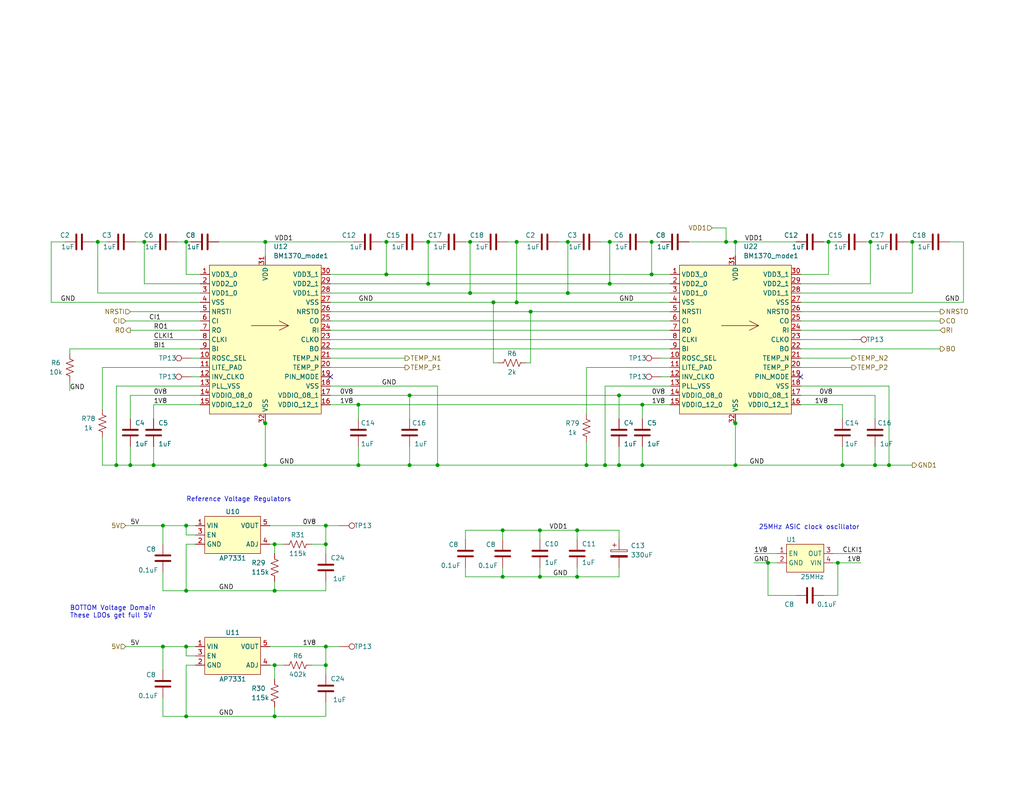
<source format=kicad_sch>
(kicad_sch (version 20231120) (generator "eeschema") (generator_version "8.0")
  (paper "A")
  (title_block (title "bitaxeHex") (date "2024-03-09") (rev "303"))
  (lib_symbols
    (symbol "Connector:TestPoint" (pin_numbers hide) (pin_names (offset 0.762) hide)
      (property "Reference" "TP" (at 0 6.858 0))
      (property "Value" "TestPoint" (at 0 5.08 0))
      (symbol "TestPoint_0_1"
        (circle (center 0 3.302) (radius 0.762))
      )
      (symbol "TestPoint_1_1"
        (pin passive line (at 0 0 90) (length 2.54) (name "1") (number "1"))
      )
    )
    (symbol "Device:C" (pin_numbers hide) (pin_names (offset 0.254))
      (property "Reference" "C" (at 0.635 2.54 0))
      (property "Value" "C" (at 0.635 -2.54 0))
      (symbol "C_0_1"
        (polyline (pts (xy -2.032 -0.762) (xy 2.032 -0.762)) (stroke (width 0.508)))
        (polyline (pts (xy -2.032 0.762) (xy 2.032 0.762)) (stroke (width 0.508)))
      )
      (symbol "C_1_1"
        (pin passive line (at 0 3.81 270) (length 2.794) (name "~") (number "1"))
        (pin passive line (at 0 -3.81 90) (length 2.794) (name "~") (number "2"))
      )
    )
    (symbol "Device:C_Polarized" (pin_numbers hide) (pin_names (offset 0.254))
      (property "Reference" "C" (at 0.635 2.54 0))
      (property "Value" "C_Polarized" (at 0.635 -2.54 0))
      (symbol "C_Polarized_0_1"
        (rectangle (start -2.286 0.508) (end 2.286 1.016))
        (polyline (pts (xy -1.778 2.286) (xy -0.762 2.286)))
        (polyline (pts (xy -1.27 2.794) (xy -1.27 1.778)))
        (rectangle (start 2.286 -0.508) (end -2.286 -1.016) (fill (type outline)))
      )
      (symbol "C_Polarized_1_1"
        (pin passive line (at 0 3.81 270) (length 2.794) (name "~") (number "1"))
        (pin passive line (at 0 -3.81 90) (length 2.794) (name "~") (number "2"))
      )
    )
    (symbol "Device:R_US" (pin_numbers hide) (pin_names (offset 0))
      (property "Reference" "R" (at 2.54 0 90))
      (property "Value" "R_US" (at -2.54 0 90))
      (symbol "R_US_0_1"
        (polyline (pts (xy 0 -2.286) (xy 0 -2.54)))
        (polyline (pts (xy 0 2.286) (xy 0 2.54)))
        (polyline (pts (xy 0 -0.762) (xy 1.016 -1.143) (xy 0 -1.524) (xy -1.016 -1.905) (xy 0 -2.286)))
        (polyline (pts (xy 0 0.762) (xy 1.016 0.381) (xy 0 0) (xy -1.016 -0.381) (xy 0 -0.762)))
        (polyline (pts (xy 0 2.286) (xy 1.016 1.905) (xy 0 1.524) (xy -1.016 1.143) (xy 0 0.762)))
      )
      (symbol "R_US_1_1"
        (pin passive line (at 0 3.81 270) (length 1.27) (name "~") (number "1"))
        (pin passive line (at 0 -3.81 90) (length 1.27) (name "~") (number "2"))
      )
    )
    (symbol "bitaxe:AP7331"
      (property "Reference" "U" (at -7.62 5.08 0))
      (property "Value" "AP7331" (at 5.08 5.08 0))
      (symbol "AP7331_0_1"
        (rectangle (start -7.62 3.81) (end 7.62 -6.35) (stroke (width 0.1524)) (fill (type background)))
      )
      (symbol "AP7331_1_0"
        (pin power_in line (at -10.16 1.27 0) (length 2.54) (name "VIN") (number "1"))
        (pin bidirectional line (at -10.16 -3.81 0) (length 2.54) (name "GND") (number "2"))
        (pin input line (at -10.16 -1.27 0) (length 2.54) (name "EN") (number "3"))
        (pin bidirectional line (at 10.16 -3.81 180) (length 2.54) (name "ADJ") (number "4"))
        (pin power_out line (at 10.16 1.27 180) (length 2.54) (name "VOUT") (number "5"))
      )
    )
    (symbol "bitaxe:BM1370_mode1"
      (property "Reference" "U4" (at -15.24 21.59 0))
      (property "Value" "BM1370_mode1" (at 1.905 21.59 0))
      (symbol "BM1370_mode1_0_1"
        (rectangle (start -15.24 20.32) (end 15.24 -20.32) (fill (type background)))
        (polyline (pts (xy -3.81 3.81) (xy 6.35 3.81)))
        (polyline (pts (xy 3.81 2.54) (xy 6.35 3.81)))
        (polyline (pts (xy 3.81 5.08) (xy 6.35 3.81)))
      )
      (symbol "BM1370_mode1_1_1"
        (pin power_in line (at -17.78 17.78 0) (length 2.54) (name "VDD3_0") (number "1"))
        (pin unspecified line (at -17.78 -5.08 0) (length 2.54) (name "ROSC_SEL") (number "10"))
        (pin unspecified line (at -17.78 -7.62 0) (length 2.54) (name "LITE_PAD") (number "11"))
        (pin unspecified line (at -17.78 -10.16 0) (length 2.54) (name "INV_CLKO") (number "12"))
        (pin power_in line (at -17.78 -12.7 0) (length 2.54) (name "PLL_VSS") (number "13"))
        (pin power_in line (at -17.78 -15.24 0) (length 2.54) (name "VDDIO_08_0") (number "14"))
        (pin power_in line (at -17.78 -17.78 0) (length 2.54) (name "VDDIO_12_0") (number "15"))
        (pin power_in line (at 17.78 -17.78 180) (length 2.54) (name "VDDIO_12_1") (number "16"))
        (pin power_in line (at 17.78 -15.24 180) (length 2.54) (name "VDDIO_08_1") (number "17"))
        (pin power_in line (at 17.78 -12.7 180) (length 2.54) (name "VSS") (number "18"))
        (pin input line (at 17.78 -10.16 180) (length 2.54) (name "PIN_MODE") (number "19"))
        (pin power_in line (at -17.78 15.24 0) (length 2.54) (name "VDD2_0") (number "2"))
        (pin unspecified line (at 17.78 -7.62 180) (length 2.54) (name "TEMP_P") (number "20"))
        (pin unspecified line (at 17.78 -5.08 180) (length 2.54) (name "TEMP_N") (number "21"))
        (pin output line (at 17.78 -2.54 180) (length 2.54) (name "BO") (number "22"))
        (pin output line (at 17.78 0 180) (length 2.54) (name "CLKO") (number "23"))
        (pin input line (at 17.78 2.54 180) (length 2.54) (name "RI") (number "24"))
        (pin output line (at 17.78 5.08 180) (length 2.54) (name "CO") (number "25"))
        (pin output line (at 17.78 7.62 180) (length 2.54) (name "NRSTO") (number "26"))
        (pin power_in line (at 17.78 10.16 180) (length 2.54) (name "VSS") (number "27"))
        (pin power_in line (at 17.78 12.7 180) (length 2.54) (name "VDD1_1") (number "28"))
        (pin power_in line (at 17.78 15.24 180) (length 2.54) (name "VDD2_1") (number "29"))
        (pin power_in line (at -17.78 12.7 0) (length 2.54) (name "VDD1_0") (number "3"))
        (pin power_in line (at 17.78 17.78 180) (length 2.54) (name "VDD3_1") (number "30"))
        (pin power_in line (at 0 22.86 270) (length 2.54) (name "VDD") (number "31"))
        (pin power_in line (at 0 -22.86 90) (length 2.54) (name "VSS") (number "32"))
        (pin power_in line (at -17.78 10.16 0) (length 2.54) (name "VSS") (number "4"))
        (pin input line (at -17.78 7.62 0) (length 2.54) (name "NRSTI") (number "5"))
        (pin input line (at -17.78 5.08 0) (length 2.54) (name "CI") (number "6"))
        (pin output line (at -17.78 2.54 0) (length 2.54) (name "RO") (number "7"))
        (pin input line (at -17.78 0 0) (length 2.54) (name "CLKI") (number "8"))
        (pin input line (at -17.78 -2.54 0) (length 2.54) (name "BI") (number "9"))
      )
    )
    (symbol "bitaxe:oscillator"
      (property "Reference" "U" (at -3.81 5.08 0))
      (property "Value" "oscillator" (at 0 -5.08 0))
      (symbol "oscillator_0_1"
        (rectangle (start -5.08 3.81) (end 5.08 -3.81) (stroke (width 0.1524)) (fill (type background)))
      )
      (symbol "oscillator_1_0"
        (pin bidirectional line (at -7.62 1.27 0) (length 2.54) (name "EN") (number "1"))
        (pin bidirectional line (at -7.62 -1.27 0) (length 2.54) (name "GND") (number "2"))
        (pin bidirectional line (at 7.62 1.27 180) (length 2.54) (name "OUT") (number "3"))
        (pin bidirectional line (at 7.62 -1.27 180) (length 2.54) (name "VIN") (number "4"))
      )
    )
  )
  (junction (at 50.8 195.58))
  (junction (at 88.9 148.59))
  (junction (at 116.84 66.04))
  (junction (at 200.66 115.57))
  (junction (at 157.48 144.78))
  (junction (at 237.49 66.04))
  (junction (at 248.92 66.04))
  (junction (at 165.1 127))
  (junction (at 166.37 66.04))
  (junction (at 140.97 82.55))
  (junction (at 97.79 110.49))
  (junction (at 44.45 176.53))
  (junction (at 157.48 157.48))
  (junction (at 31.75 127))
  (junction (at 144.78 85.09))
  (junction (at 228.6 153.67))
  (junction (at 128.27 66.04))
  (junction (at 168.91 127))
  (junction (at 209.55 153.67))
  (junction (at 147.32 144.78) (diameter 0.9144))
  (junction (at 111.76 127))
  (junction (at 154.94 80.01))
  (junction (at 39.37 66.04))
  (junction (at 119.38 127))
  (junction (at 105.41 74.93))
  (junction (at 168.91 107.95))
  (junction (at 147.32 157.48) (diameter 0.9144))
  (junction (at 72.39 127))
  (junction (at 134.62 82.55))
  (junction (at 137.16 144.78) (diameter 0.9144))
  (junction (at 229.87 127))
  (junction (at 50.8 161.29))
  (junction (at 177.8 74.93))
  (junction (at 74.93 148.59))
  (junction (at 35.56 127))
  (junction (at 74.93 181.61))
  (junction (at 116.84 77.47))
  (junction (at 175.26 127))
  (junction (at 137.16 157.48) (diameter 0.9144))
  (junction (at 128.27 80.01))
  (junction (at 242.57 127))
  (junction (at 160.02 127))
  (junction (at 88.9 143.51))
  (junction (at 97.79 127))
  (junction (at 74.93 161.29))
  (junction (at 198.12 66.04))
  (junction (at 88.9 176.53))
  (junction (at 72.39 115.57))
  (junction (at 177.8 66.04))
  (junction (at 238.76 127))
  (junction (at 74.93 195.58))
  (junction (at 175.26 110.49))
  (junction (at 105.41 66.04))
  (junction (at 44.45 143.51))
  (junction (at 200.66 127))
  (junction (at 111.76 107.95))
  (junction (at 154.94 66.04))
  (junction (at 50.8 143.51))
  (junction (at 50.8 176.53))
  (junction (at 140.97 66.04))
  (junction (at 41.91 127))
  (junction (at 226.06 66.04))
  (junction (at 88.9 181.61))
  (junction (at 166.37 77.47))
  (junction (at 50.8 66.04))
  (junction (at 26.67 66.04))
  (junction (at 200.66 66.04))
  (junction (at 72.39 66.04))
  (no_connect (at 218.44 102.87))
  (no_connect (at 90.17 102.87))
  (wire (pts (xy 35.56 107.95) (xy 54.61 107.95)))
  (wire (pts (xy 119.38 105.41) (xy 119.38 127)))
  (wire (pts (xy 180.34 102.87) (xy 182.88 102.87)))
  (wire (pts (xy 218.44 87.63) (xy 256.54 87.63)))
  (wire (pts (xy 127 66.04) (xy 128.27 66.04)))
  (wire (pts (xy 26.67 80.01) (xy 26.67 66.04)))
  (wire (pts (xy 31.75 105.41) (xy 31.75 127)))
  (wire (pts (xy 48.26 66.04) (xy 50.8 66.04)))
  (wire (pts (xy 119.38 127) (xy 160.02 127)))
  (wire (pts (xy 34.29 87.63) (xy 54.61 87.63)))
  (wire (pts (xy 262.89 66.04) (xy 259.08 66.04)))
  (wire (pts (xy 242.57 105.41) (xy 242.57 127)))
  (wire (pts (xy 218.44 110.49) (xy 229.87 110.49)))
  (wire (pts (xy 72.39 115.57) (xy 72.39 127)))
  (wire (pts (xy 35.56 107.95) (xy 35.56 114.3)))
  (wire (pts (xy 50.8 143.51) (xy 53.34 143.51)))
  (wire (pts (xy 160.02 100.33) (xy 160.02 113.03)))
  (wire (pts (xy 152.4 66.04) (xy 154.94 66.04)))
  (wire (pts (xy 41.91 127) (xy 72.39 127)))
  (wire (pts (xy 90.17 90.17) (xy 182.88 90.17)))
  (wire (pts (xy 238.76 107.95) (xy 238.76 114.3)))
  (wire (pts (xy 35.56 90.17) (xy 54.61 90.17)))
  (wire (pts (xy 168.91 107.95) (xy 182.88 107.95)))
  (wire (pts (xy 74.93 181.61) (xy 74.93 185.42)))
  (wire (pts (xy 111.76 107.95) (xy 168.91 107.95)))
  (wire (pts (xy 224.79 66.04) (xy 226.06 66.04)))
  (wire (pts (xy 97.79 110.49) (xy 97.79 114.3)))
  (wire (pts (xy 175.26 121.92) (xy 175.26 127)))
  (wire (pts (xy 53.34 148.59) (xy 50.8 148.59)))
  (wire (pts (xy 74.93 195.58) (xy 74.93 193.04)))
  (wire (pts (xy 27.94 119.38) (xy 27.94 127)))
  (wire (pts (xy 218.44 80.01) (xy 248.92 80.01)))
  (wire (pts (xy 90.17 77.47) (xy 116.84 77.47)))
  (wire (pts (xy 50.8 148.59) (xy 50.8 161.29)))
  (wire (pts (xy 13.97 82.55) (xy 13.97 66.04)))
  (wire (pts (xy 53.34 181.61) (xy 50.8 181.61)))
  (wire (pts (xy 137.16 157.48) (xy 147.32 157.48)))
  (wire (pts (xy 200.66 113.03) (xy 200.66 115.57)))
  (wire (pts (xy 140.97 66.04) (xy 144.78 66.04)))
  (wire (pts (xy 168.91 127) (xy 175.26 127)))
  (wire (pts (xy 182.88 100.33) (xy 160.02 100.33)))
  (wire (pts (xy 88.9 161.29) (xy 74.93 161.29)))
  (wire (pts (xy 177.8 66.04) (xy 180.34 66.04)))
  (wire (pts (xy 73.66 143.51) (xy 88.9 143.51)))
  (wire (pts (xy 128.27 66.04) (xy 130.81 66.04)))
  (wire (pts (xy 168.91 127) (xy 168.91 121.92)))
  (wire (pts (xy 111.76 127) (xy 119.38 127)))
  (wire (pts (xy 137.16 157.48) (xy 127 157.48)))
  (wire (pts (xy 218.44 77.47) (xy 237.49 77.47)))
  (wire (pts (xy 59.69 66.04) (xy 72.39 66.04)))
  (wire (pts (xy 19.05 95.25) (xy 19.05 96.52)))
  (wire (pts (xy 73.66 148.59) (xy 74.93 148.59)))
  (wire (pts (xy 27.94 127) (xy 31.75 127)))
  (wire (pts (xy 44.45 143.51) (xy 50.8 143.51)))
  (wire (pts (xy 44.45 143.51) (xy 44.45 148.59)))
  (wire (pts (xy 44.45 161.29) (xy 50.8 161.29)))
  (wire (pts (xy 134.62 82.55) (xy 140.97 82.55)))
  (wire (pts (xy 44.45 176.53) (xy 44.45 182.88)))
  (wire (pts (xy 73.66 176.53) (xy 88.9 176.53)))
  (wire (pts (xy 116.84 77.47) (xy 166.37 77.47)))
  (wire (pts (xy 205.74 151.13) (xy 212.09 151.13)))
  (wire (pts (xy 227.33 153.67) (xy 228.6 153.67)))
  (wire (pts (xy 72.39 127) (xy 97.79 127)))
  (wire (pts (xy 218.44 97.79) (xy 232.41 97.79)))
  (wire (pts (xy 135.89 99.06) (xy 134.62 99.06)))
  (wire (pts (xy 137.16 147.32) (xy 137.16 144.78)))
  (wire (pts (xy 140.97 66.04) (xy 138.43 66.04)))
  (wire (pts (xy 74.93 181.61) (xy 77.47 181.61)))
  (wire (pts (xy 97.79 121.92) (xy 97.79 127)))
  (wire (pts (xy 157.48 147.32) (xy 157.48 144.78)))
  (wire (pts (xy 127 144.78) (xy 137.16 144.78)))
  (wire (pts (xy 90.17 85.09) (xy 144.78 85.09)))
  (wire (pts (xy 90.17 74.93) (xy 105.41 74.93)))
  (wire (pts (xy 157.48 157.48) (xy 168.91 157.48)))
  (wire (pts (xy 218.44 95.25) (xy 256.54 95.25)))
  (wire (pts (xy 105.41 66.04) (xy 107.95 66.04)))
  (wire (pts (xy 111.76 107.95) (xy 111.76 114.3)))
  (wire (pts (xy 88.9 158.75) (xy 88.9 161.29)))
  (wire (pts (xy 27.94 100.33) (xy 54.61 100.33)))
  (wire (pts (xy 147.32 154.94) (xy 147.32 157.48)))
  (wire (pts (xy 39.37 77.47) (xy 39.37 66.04)))
  (wire (pts (xy 39.37 66.04) (xy 40.64 66.04)))
  (wire (pts (xy 144.78 85.09) (xy 182.88 85.09)))
  (wire (pts (xy 180.34 97.79) (xy 182.88 97.79)))
  (wire (pts (xy 111.76 127) (xy 111.76 121.92)))
  (wire (pts (xy 31.75 127) (xy 35.56 127)))
  (wire (pts (xy 194.31 62.23) (xy 198.12 62.23)))
  (wire (pts (xy 218.44 85.09) (xy 256.54 85.09)))
  (wire (pts (xy 228.6 153.67) (xy 234.95 153.67)))
  (wire (pts (xy 209.55 153.67) (xy 212.09 153.67)))
  (wire (pts (xy 35.56 121.92) (xy 35.56 127)))
  (wire (pts (xy 53.34 179.07) (xy 50.8 179.07)))
  (wire (pts (xy 31.75 105.41) (xy 54.61 105.41)))
  (wire (pts (xy 128.27 80.01) (xy 128.27 66.04)))
  (wire (pts (xy 90.17 107.95) (xy 111.76 107.95)))
  (wire (pts (xy 247.65 66.04) (xy 248.92 66.04)))
  (wire (pts (xy 19.05 95.25) (xy 54.61 95.25)))
  (wire (pts (xy 90.17 97.79) (xy 110.49 97.79)))
  (wire (pts (xy 36.83 66.04) (xy 39.37 66.04)))
  (wire (pts (xy 218.44 82.55) (xy 262.89 82.55)))
  (wire (pts (xy 160.02 127) (xy 165.1 127)))
  (wire (pts (xy 50.8 179.07) (xy 50.8 176.53)))
  (wire (pts (xy 88.9 176.53) (xy 92.71 176.53)))
  (wire (pts (xy 26.67 66.04) (xy 29.21 66.04)))
  (wire (pts (xy 154.94 66.04) (xy 156.21 66.04)))
  (wire (pts (xy 90.17 95.25) (xy 182.88 95.25)))
  (wire (pts (xy 50.8 74.93) (xy 54.61 74.93)))
  (wire (pts (xy 26.67 80.01) (xy 54.61 80.01)))
  (wire (pts (xy 218.44 90.17) (xy 256.54 90.17)))
  (wire (pts (xy 242.57 127) (xy 238.76 127)))
  (wire (pts (xy 140.97 82.55) (xy 182.88 82.55)))
  (wire (pts (xy 157.48 154.94) (xy 157.48 157.48)))
  (wire (pts (xy 41.91 110.49) (xy 54.61 110.49)))
  (wire (pts (xy 236.22 66.04) (xy 237.49 66.04)))
  (wire (pts (xy 88.9 181.61) (xy 88.9 184.15)))
  (wire (pts (xy 39.37 77.47) (xy 54.61 77.47)))
  (wire (pts (xy 217.17 66.04) (xy 200.66 66.04)))
  (wire (pts (xy 224.79 162.56) (xy 228.6 162.56)))
  (wire (pts (xy 218.44 105.41) (xy 242.57 105.41)))
  (wire (pts (xy 44.45 195.58) (xy 50.8 195.58)))
  (wire (pts (xy 105.41 74.93) (xy 105.41 66.04)))
  (wire (pts (xy 73.66 181.61) (xy 74.93 181.61)))
  (wire (pts (xy 177.8 66.04) (xy 177.8 74.93)))
  (wire (pts (xy 262.89 82.55) (xy 262.89 66.04)))
  (wire (pts (xy 105.41 74.93) (xy 177.8 74.93)))
  (wire (pts (xy 34.29 143.51) (xy 44.45 143.51)))
  (wire (pts (xy 229.87 110.49) (xy 229.87 114.3)))
  (wire (pts (xy 116.84 66.04) (xy 119.38 66.04)))
  (wire (pts (xy 205.74 153.67) (xy 209.55 153.67)))
  (wire (pts (xy 50.8 176.53) (xy 53.34 176.53)))
  (wire (pts (xy 44.45 156.21) (xy 44.45 161.29)))
  (wire (pts (xy 13.97 66.04) (xy 17.78 66.04)))
  (wire (pts (xy 154.94 80.01) (xy 182.88 80.01)))
  (wire (pts (xy 248.92 80.01) (xy 248.92 66.04)))
  (wire (pts (xy 88.9 181.61) (xy 88.9 176.53)))
  (wire (pts (xy 137.16 154.94) (xy 137.16 157.48)))
  (wire (pts (xy 88.9 191.77) (xy 88.9 195.58)))
  (wire (pts (xy 88.9 143.51) (xy 92.71 143.51)))
  (wire (pts (xy 134.62 99.06) (xy 134.62 82.55)))
  (wire (pts (xy 25.4 66.04) (xy 26.67 66.04)))
  (wire (pts (xy 44.45 190.5) (xy 44.45 195.58)))
  (wire (pts (xy 88.9 195.58) (xy 74.93 195.58)))
  (wire (pts (xy 218.44 74.93) (xy 226.06 74.93)))
  (wire (pts (xy 165.1 127) (xy 168.91 127)))
  (wire (pts (xy 50.8 146.05) (xy 50.8 143.51)))
  (wire (pts (xy 96.52 66.04) (xy 72.39 66.04)))
  (wire (pts (xy 176.53 66.04) (xy 177.8 66.04)))
  (wire (pts (xy 54.61 82.55) (xy 13.97 82.55)))
  (wire (pts (xy 52.07 97.79) (xy 54.61 97.79)))
  (wire (pts (xy 85.09 148.59) (xy 88.9 148.59)))
  (wire (pts (xy 90.17 80.01) (xy 128.27 80.01)))
  (wire (pts (xy 90.17 110.49) (xy 97.79 110.49)))
  (wire (pts (xy 74.93 148.59) (xy 77.47 148.59)))
  (wire (pts (xy 160.02 120.65) (xy 160.02 127)))
  (wire (pts (xy 90.17 105.41) (xy 119.38 105.41)))
  (wire (pts (xy 90.17 100.33) (xy 110.49 100.33)))
  (wire (pts (xy 50.8 161.29) (xy 74.93 161.29)))
  (wire (pts (xy 237.49 77.47) (xy 237.49 66.04)))
  (wire (pts (xy 175.26 127) (xy 200.66 127)))
  (wire (pts (xy 90.17 82.55) (xy 134.62 82.55)))
  (wire (pts (xy 198.12 66.04) (xy 200.66 66.04)))
  (wire (pts (xy 97.79 127) (xy 111.76 127)))
  (wire (pts (xy 209.55 162.56) (xy 209.55 153.67)))
  (wire (pts (xy 248.92 66.04) (xy 251.46 66.04)))
  (wire (pts (xy 147.32 144.78) (xy 157.48 144.78)))
  (wire (pts (xy 144.78 85.09) (xy 144.78 99.06)))
  (wire (pts (xy 34.29 176.53) (xy 44.45 176.53)))
  (wire (pts (xy 166.37 77.47) (xy 166.37 66.04)))
  (wire (pts (xy 182.88 105.41) (xy 165.1 105.41)))
  (wire (pts (xy 200.66 115.57) (xy 200.66 127)))
  (wire (pts (xy 238.76 127) (xy 238.76 121.92)))
  (wire (pts (xy 143.51 99.06) (xy 144.78 99.06)))
  (wire (pts (xy 19.05 104.14) (xy 19.05 106.68)))
  (wire (pts (xy 175.26 110.49) (xy 182.88 110.49)))
  (wire (pts (xy 140.97 82.55) (xy 140.97 66.04)))
  (wire (pts (xy 175.26 110.49) (xy 175.26 114.3)))
  (wire (pts (xy 41.91 110.49) (xy 41.91 114.3)))
  (wire (pts (xy 226.06 66.04) (xy 228.6 66.04)))
  (wire (pts (xy 27.94 100.33) (xy 27.94 111.76)))
  (wire (pts (xy 72.39 66.04) (xy 72.39 69.85)))
  (wire (pts (xy 74.93 161.29) (xy 74.93 158.75)))
  (wire (pts (xy 35.56 127) (xy 41.91 127)))
  (wire (pts (xy 50.8 181.61) (xy 50.8 195.58)))
  (wire (pts (xy 229.87 121.92) (xy 229.87 127)))
  (wire (pts (xy 116.84 77.47) (xy 116.84 66.04)))
  (wire (pts (xy 50.8 195.58) (xy 74.93 195.58)))
  (wire (pts (xy 53.34 146.05) (xy 50.8 146.05)))
  (wire (pts (xy 218.44 100.33) (xy 232.41 100.33)))
  (wire (pts (xy 154.94 80.01) (xy 154.94 66.04)))
  (wire (pts (xy 41.91 92.71) (xy 54.61 92.71)))
  (wire (pts (xy 217.17 162.56) (xy 209.55 162.56)))
  (wire (pts (xy 74.93 148.59) (xy 74.93 151.13)))
  (wire (pts (xy 90.17 87.63) (xy 182.88 87.63)))
  (wire (pts (xy 168.91 154.94) (xy 168.91 157.48)))
  (wire (pts (xy 104.14 66.04) (xy 105.41 66.04)))
  (wire (pts (xy 137.16 144.78) (xy 147.32 144.78)))
  (wire (pts (xy 168.91 107.95) (xy 168.91 114.3)))
  (wire (pts (xy 128.27 80.01) (xy 154.94 80.01)))
  (wire (pts (xy 168.91 147.32) (xy 168.91 144.78)))
  (wire (pts (xy 218.44 92.71) (xy 232.41 92.71)))
  (wire (pts (xy 50.8 66.04) (xy 50.8 74.93)))
  (wire (pts (xy 35.56 85.09) (xy 54.61 85.09)))
  (wire (pts (xy 242.57 127) (xy 248.92 127)))
  (wire (pts (xy 44.45 176.53) (xy 50.8 176.53)))
  (wire (pts (xy 227.33 151.13) (xy 234.95 151.13)))
  (wire (pts (xy 200.66 127) (xy 229.87 127)))
  (wire (pts (xy 165.1 105.41) (xy 165.1 127)))
  (wire (pts (xy 198.12 62.23) (xy 198.12 66.04)))
  (wire (pts (xy 52.07 102.87) (xy 54.61 102.87)))
  (wire (pts (xy 177.8 74.93) (xy 182.88 74.93)))
  (wire (pts (xy 90.17 92.71) (xy 182.88 92.71)))
  (wire (pts (xy 166.37 77.47) (xy 182.88 77.47)))
  (wire (pts (xy 157.48 144.78) (xy 168.91 144.78)))
  (wire (pts (xy 147.32 147.32) (xy 147.32 144.78)))
  (wire (pts (xy 97.79 110.49) (xy 175.26 110.49)))
  (wire (pts (xy 115.57 66.04) (xy 116.84 66.04)))
  (wire (pts (xy 228.6 162.56) (xy 228.6 153.67)))
  (wire (pts (xy 166.37 66.04) (xy 168.91 66.04)))
  (wire (pts (xy 127 154.94) (xy 127 157.48)))
  (wire (pts (xy 72.39 113.03) (xy 72.39 115.57)))
  (wire (pts (xy 85.09 181.61) (xy 88.9 181.61)))
  (wire (pts (xy 237.49 66.04) (xy 240.03 66.04)))
  (wire (pts (xy 88.9 148.59) (xy 88.9 143.51)))
  (wire (pts (xy 229.87 127) (xy 238.76 127)))
  (wire (pts (xy 187.96 66.04) (xy 198.12 66.04)))
  (wire (pts (xy 88.9 148.59) (xy 88.9 151.13)))
  (wire (pts (xy 226.06 74.93) (xy 226.06 66.04)))
  (wire (pts (xy 50.8 66.04) (xy 52.07 66.04)))
  (wire (pts (xy 163.83 66.04) (xy 166.37 66.04)))
  (wire (pts (xy 41.91 121.92) (xy 41.91 127)))
  (wire (pts (xy 218.44 107.95) (xy 238.76 107.95)))
  (wire (pts (xy 157.48 157.48) (xy 147.32 157.48)))
  (wire (pts (xy 127 147.32) (xy 127 144.78)))
  (wire (pts (xy 200.66 66.04) (xy 200.66 69.85)))
  (text "Reference Voltage Regulators" (at 50.8 137.16 0) (effects (font (size 1.27 1.27)) (justify left bottom)))
  (text "BOTTOM Voltage Domain\nThese LDOs get full 5V" (at 19.05 168.91 0) (effects (font (size 1.27 1.27)) (justify left bottom)))
  (text "25MHz ASIC clock oscillator" (at 207.01 144.78 0) (effects (font (size 1.27 1.27)) (justify left bottom)))
  (label "GND" (at 154.94 157.48 180))
  (label "GND" (at 257.81 82.55 0))
  (label "GND" (at 19.05 106.68 0))
  (label "GND" (at 204.47 127 0))
  (label "RO1" (at 41.91 90.17 0))
  (label "VDD1" (at 149.86 144.78 0))
  (label "BI1" (at 41.91 95.25 0))
  (label "VDD1" (at 203.2 66.04 0))
  (label "GND" (at 59.69 195.58 0))
  (label "1V8" (at 205.74 151.13 0))
  (label "CLKI1" (at 41.91 92.71 0))
  (label "GND" (at 59.69 161.29 0))
  (label "VDD1" (at 74.93 66.04 0))
  (label "5V" (at 35.56 143.51 0))
  (label "GND" (at 16.51 82.55 0))
  (label "5V" (at 35.56 176.53 0))
  (label "0V8" (at 177.8 107.95 0))
  (label "GND" (at 97.79 82.55 0))
  (label "0V8" (at 223.52 107.95 0))
  (label "GND" (at 104.14 105.41 0))
  (label "1V8" (at 92.71 110.49 0))
  (label "1V8" (at 231.14 153.67 0))
  (label "CI1" (at 40.64 87.63 0))
  (label "0V8" (at 92.71 107.95 0))
  (label "GND" (at 205.74 153.67 0))
  (label "CLKI1" (at 229.87 151.13 0))
  (label "1V8" (at 82.55 176.53 0))
  (label "GND" (at 168.91 82.55 0))
  (label "1V8" (at 41.91 110.49 0))
  (label "1V8" (at 177.8 110.49 0))
  (label "0V8" (at 41.91 107.95 0))
  (label "GND" (at 76.2 127 0))
  (label "0V8" (at 82.55 143.51 0))
  (label "1V8" (at 222.25 110.49 0))
  (hierarchical_label "NRSTI" (shape input) (at 35.56 85.09 180))
  (hierarchical_label "CI" (shape input) (at 34.29 87.63 180))
  (hierarchical_label "RI" (shape input) (at 256.54 90.17 0))
  (hierarchical_label "5V" (shape input) (at 34.29 176.53 180))
  (hierarchical_label "NRSTO" (shape output) (at 256.54 85.09 0))
  (hierarchical_label "CO" (shape output) (at 256.54 87.63 0))
  (hierarchical_label "GND1" (shape output) (at 248.92 127 0))
  (hierarchical_label "TEMP_P1" (shape output) (at 110.49 100.33 0))
  (hierarchical_label "TEMP_P2" (shape output) (at 232.41 100.33 0))
  (hierarchical_label "TEMP_N2" (shape output) (at 232.41 97.79 0))
  (hierarchical_label "TEMP_N1" (shape output) (at 110.49 97.79 0))
  (hierarchical_label "5V" (shape input) (at 34.29 143.51 180))
  (hierarchical_label "VDD1" (shape input) (at 194.31 62.23 180))
  (hierarchical_label "BO" (shape output) (at 256.54 95.25 0))
  (hierarchical_label "RO" (shape output) (at 35.56 90.17 180))
  (symbol (lib_id "Connector:TestPoint") (at 92.71 143.51 270) (mirror x) (unit 1) (in_bom no)
    (property "Reference" "TP13" (at 99.06 143.51 90))
    (property "Value" "TestPoint" (effects (hide yes)))
    (property "Footprint" "TestPoint:TestPoint_Pad_D1.0mm" (effects (hide yes)))
  )
  (symbol (lib_id "Device:C") (at 21.59 66.04 90) (unit 1)
    (property "Reference" "C2" (at 19.05 63.5 90) (effects (justify left bottom)))
    (property "Value" "1uF" (at 20.32 66.675 90) (effects (justify left bottom)))
    (property "Footprint" "Capacitor_SMD:C_0402_1005Metric" (effects (hide yes)))
    (property "DK" "587-5514-1-ND" (effects (hide yes)))
    (property "PARTNO" "EMK105BJ105MV-F" (effects (hide yes)))
  )
  (symbol (lib_id "Device:C") (at 172.72 66.04 90) (unit 1)
    (property "Reference" "C6" (at 170.18 63.5 90) (effects (justify left bottom)))
    (property "Value" "1uF" (at 171.45 66.675 90) (effects (justify left bottom)))
    (property "Footprint" "Capacitor_SMD:C_0402_1005Metric" (effects (hide yes)))
    (property "DK" "587-5514-1-ND" (effects (hide yes)))
    (property "PARTNO" "EMK105BJ105MV-F" (effects (hide yes)))
  )
  (symbol (lib_id "Device:C") (at 184.15 66.04 90) (unit 1)
    (property "Reference" "C8" (at 181.61 63.5 90) (effects (justify left bottom)))
    (property "Value" "1uF" (at 182.88 66.675 90) (effects (justify left bottom)))
    (property "Footprint" "Capacitor_SMD:C_0402_1005Metric" (effects (hide yes)))
    (property "DK" "587-5514-1-ND" (effects (hide yes)))
    (property "PARTNO" "EMK105BJ105MV-F" (effects (hide yes)))
  )
  (symbol (lib_id "Device:C") (at 137.16 151.13 180) (unit 1)
    (property "Reference" "C8" (at 135.255 147.955 0) (effects (justify left bottom)))
    (property "Value" "0.1uF" (at 135.89 153.67 0) (effects (justify left bottom)))
    (property "Footprint" "Capacitor_SMD:C_0402_1005Metric" (effects (hide yes)))
    (property "DK" "478-KGM05AR71C104KHCT-ND" (effects (hide yes)))
    (property "PARTNO" "KGM05AR71C104KH" (effects (hide yes)))
  )
  (symbol (lib_id "Device:C") (at 55.88 66.04 90) (unit 1)
    (property "Reference" "C8" (at 53.34 63.5 90) (effects (justify left bottom)))
    (property "Value" "1uF" (at 54.61 66.675 90) (effects (justify left bottom)))
    (property "Footprint" "Capacitor_SMD:C_0402_1005Metric" (effects (hide yes)))
    (property "DK" "587-5514-1-ND" (effects (hide yes)))
    (property "PARTNO" "EMK105BJ105MV-F" (effects (hide yes)))
  )
  (symbol (lib_id "bitaxe:BM1370_mode1") (at 200.66 92.71 0) (unit 1)
    (property "Reference" "U22" (at 202.8541 67.31 0) (effects (justify left)))
    (property "Value" "BM1370_mode1" (at 202.8541 69.85 0) (effects (justify left)))
    (property "Footprint" "bitaxe:BM1370" (effects (hide yes)))
  )
  (symbol (lib_id "Device:C") (at 111.76 66.04 90) (unit 1)
    (property "Reference" "C15" (at 109.22 63.5 90) (effects (justify left bottom)))
    (property "Value" "1uF" (at 110.49 66.675 90) (effects (justify left bottom)))
    (property "Footprint" "Capacitor_SMD:C_0402_1005Metric" (effects (hide yes)))
    (property "DK" "587-5514-1-ND" (effects (hide yes)))
    (property "PARTNO" "EMK105BJ105MV-F" (effects (hide yes)))
  )
  (symbol (lib_id "Device:R_US") (at 139.7 99.06 90) (unit 1)
    (property "Reference" "R6" (at 139.7 96.52 90))
    (property "Value" "2k" (at 139.7 101.6 90))
    (property "Footprint" "Resistor_SMD:R_0402_1005Metric" (effects (hide yes)))
    (property "DK" "YAG2303CT-ND" (effects (hide yes)))
    (property "PARTNO" "RT0402BRD072KL" (effects (hide yes)))
  )
  (symbol (lib_id "Device:C") (at 243.84 66.04 90) (unit 1)
    (property "Reference" "C17" (at 241.3 63.5 90) (effects (justify left bottom)))
    (property "Value" "1uF" (at 242.57 66.675 90) (effects (justify left bottom)))
    (property "Footprint" "Capacitor_SMD:C_0402_1005Metric" (effects (hide yes)))
    (property "DK" "587-5514-1-ND" (effects (hide yes)))
    (property "PARTNO" "EMK105BJ105MV-F" (effects (hide yes)))
  )
  (symbol (lib_id "Device:C") (at 33.02 66.04 90) (unit 1)
    (property "Reference" "C3" (at 30.48 63.5 90) (effects (justify left bottom)))
    (property "Value" "1uF" (at 31.75 66.675 90) (effects (justify left bottom)))
    (property "Footprint" "Capacitor_SMD:C_0402_1005Metric" (effects (hide yes)))
    (property "DK" "587-5514-1-ND" (effects (hide yes)))
    (property "PARTNO" "EMK105BJ105MV-F" (effects (hide yes)))
  )
  (symbol (lib_id "Device:C") (at 134.62 66.04 90) (unit 1)
    (property "Reference" "C18" (at 132.08 63.5 90) (effects (justify left bottom)))
    (property "Value" "1uF" (at 133.35 66.675 90) (effects (justify left bottom)))
    (property "Footprint" "Capacitor_SMD:C_0402_1005Metric" (effects (hide yes)))
    (property "DK" "587-5514-1-ND" (effects (hide yes)))
    (property "PARTNO" "EMK105BJ105MV-F" (effects (hide yes)))
  )
  (symbol (lib_id "Device:C") (at 97.79 118.11 0) (unit 1)
    (property "Reference" "C14" (at 98.425 116.205 0) (effects (justify left bottom)))
    (property "Value" "1uF" (at 98.425 121.92 0) (effects (justify left bottom)))
    (property "Footprint" "Capacitor_SMD:C_0402_1005Metric" (effects (hide yes)))
    (property "DK" "587-5514-1-ND" (effects (hide yes)))
    (property "PARTNO" "EMK105BJ105MV-F" (effects (hide yes)))
  )
  (symbol (lib_id "Device:C") (at 41.91 118.11 0) (unit 1)
    (property "Reference" "C5" (at 43.18 116.205 0) (effects (justify left bottom)))
    (property "Value" "1uF" (at 43.18 121.92 0) (effects (justify left bottom)))
    (property "Footprint" "Capacitor_SMD:C_0402_1005Metric" (effects (hide yes)))
    (property "DK" "587-5514-1-ND" (effects (hide yes)))
    (property "PARTNO" "EMK105BJ105MV-F" (effects (hide yes)))
  )
  (symbol (lib_id "Device:C") (at 229.87 118.11 0) (unit 1)
    (property "Reference" "C14" (at 230.505 116.205 0) (effects (justify left bottom)))
    (property "Value" "1uF" (at 230.505 121.92 0) (effects (justify left bottom)))
    (property "Footprint" "Capacitor_SMD:C_0402_1005Metric" (effects (hide yes)))
    (property "DK" "587-5514-1-ND" (effects (hide yes)))
    (property "PARTNO" "EMK105BJ105MV-F" (effects (hide yes)))
  )
  (symbol (lib_id "Connector:TestPoint") (at 52.07 102.87 90) (mirror x) (unit 1) (in_bom no)
    (property "Reference" "TP13" (at 45.72 102.87 90))
    (property "Value" "TestPoint" (effects (hide yes)))
    (property "Footprint" "TestPoint:TestPoint_Pad_D1.0mm" (effects (hide yes)))
  )
  (symbol (lib_id "bitaxe:AP7331") (at 63.5 177.8 0) (unit 1)
    (property "Reference" "U11" (at 63.5 172.72 0))
    (property "Value" "AP7331" (at 63.5 185.42 0))
    (property "Footprint" "Package_TO_SOT_SMD:TSOT-23-5" (effects (hide yes)))
    (property "Datasheet" "https://www.digikey.com/en/products/detail/diodes-incorporated/AP7331-WG-7/2270813" (effects (hide yes)))
    (property "DK" "AP7331-WG-7DICT-ND" (effects (hide yes)))
    (property "PARTNO" "AP7331-WG-7" (effects (hide yes)))
  )
  (symbol (lib_id "bitaxe:oscillator") (at 219.71 152.4 0) (unit 1)
    (property "Reference" "U1" (at 215.9 147.32 0))
    (property "Value" "25MHz" (at 221.615 157.48 0))
    (property "Footprint" "bitaxe:O 25,0-JO32-B-1V3-1-T1-LF" (effects (hide yes)))
    (property "Datasheet" "https://www.jauch.com/downloadfile/5ef1edcfb8e2f73163c8ce8009ef659d1/jo32-1.8-3.3v.pdf" (effects (hide yes)))
    (property "DK" "1908-O250-JO32-B-1V3-1-T1-LFCT-ND" (effects (hide yes)))
    (property "PARTNO" "O 25,0-JO32-B-1V3-1-T1-LF" (effects (hide yes)))
  )
  (symbol (lib_id "Connector:TestPoint") (at 52.07 97.79 90) (mirror x) (unit 1) (in_bom no)
    (property "Reference" "TP13" (at 45.72 97.79 90))
    (property "Value" "TestPoint" (effects (hide yes)))
    (property "Footprint" "TestPoint:TestPoint_Pad_D1.0mm" (effects (hide yes)))
  )
  (symbol (lib_id "Connector:TestPoint") (at 180.34 102.87 90) (mirror x) (unit 1) (in_bom no)
    (property "Reference" "TP13" (at 173.99 102.87 90))
    (property "Value" "TestPoint" (effects (hide yes)))
    (property "Footprint" "TestPoint:TestPoint_Pad_D1.0mm" (effects (hide yes)))
  )
  (symbol (lib_id "Device:C") (at 238.76 118.11 0) (unit 1)
    (property "Reference" "C16" (at 239.395 116.205 0) (effects (justify left bottom)))
    (property "Value" "1uF" (at 240.03 121.92 0) (effects (justify left bottom)))
    (property "Footprint" "Capacitor_SMD:C_0402_1005Metric" (effects (hide yes)))
    (property "DK" "587-5514-1-ND" (effects (hide yes)))
    (property "PARTNO" "EMK105BJ105MV-F" (effects (hide yes)))
  )
  (symbol (lib_id "Device:C") (at 123.19 66.04 90) (unit 1)
    (property "Reference" "C17" (at 120.65 63.5 90) (effects (justify left bottom)))
    (property "Value" "1uF" (at 121.92 66.675 90) (effects (justify left bottom)))
    (property "Footprint" "Capacitor_SMD:C_0402_1005Metric" (effects (hide yes)))
    (property "DK" "587-5514-1-ND" (effects (hide yes)))
    (property "PARTNO" "EMK105BJ105MV-F" (effects (hide yes)))
  )
  (symbol (lib_id "Device:R_US") (at 160.02 116.84 180) (unit 1)
    (property "Reference" "R79" (at 156.21 115.57 0))
    (property "Value" "1k" (at 156.21 118.11 0))
    (property "Footprint" "Resistor_SMD:R_0402_1005Metric" (effects (hide yes)))
    (property "DK" "311-1.00KLRCT-ND" (effects (hide yes)))
    (property "PARTNO" "RC0402FR-071KL" (effects (hide yes)))
  )
  (symbol (lib_id "Device:C") (at 220.98 162.56 270) (unit 1)
    (property "Reference" "C8" (at 213.995 165.735 90) (effects (justify left bottom)))
    (property "Value" "0.1uF" (at 222.885 165.735 90) (effects (justify left bottom)))
    (property "Footprint" "Capacitor_SMD:C_0402_1005Metric" (effects (hide yes)))
    (property "DK" "478-KGM05AR71C104KHCT-ND" (effects (hide yes)))
    (property "PARTNO" "KGM05AR71C104KH" (effects (hide yes)))
  )
  (symbol (lib_id "Device:R_US") (at 81.28 181.61 270) (unit 1)
    (property "Reference" "R6" (at 81.28 179.07 90))
    (property "Value" "402k" (at 81.28 184.15 90))
    (property "Footprint" "Resistor_SMD:R_0402_1005Metric" (effects (hide yes)))
    (property "DK" "YAG3151CT-ND" (effects (hide yes)))
    (property "PARTNO" "RC0402FR-07402KL" (effects (hide yes)))
  )
  (symbol (lib_id "Device:C") (at 175.26 118.11 0) (unit 1)
    (property "Reference" "C5" (at 176.53 116.205 0) (effects (justify left bottom)))
    (property "Value" "1uF" (at 176.53 121.92 0) (effects (justify left bottom)))
    (property "Footprint" "Capacitor_SMD:C_0402_1005Metric" (effects (hide yes)))
    (property "DK" "587-5514-1-ND" (effects (hide yes)))
    (property "PARTNO" "EMK105BJ105MV-F" (effects (hide yes)))
  )
  (symbol (lib_id "Device:C") (at 44.45 186.69 180) (unit 1)
    (property "Reference" "C8" (at 42.545 183.515 0) (effects (justify left bottom)))
    (property "Value" "0.1uF" (at 43.18 189.23 0) (effects (justify left bottom)))
    (property "Footprint" "Capacitor_SMD:C_0402_1005Metric" (effects (hide yes)))
    (property "DK" "478-KGM05AR71C104KHCT-ND" (effects (hide yes)))
    (property "PARTNO" "KGM05AR71C104KH" (effects (hide yes)))
  )
  (symbol (lib_id "Device:C") (at 160.02 66.04 90) (unit 1)
    (property "Reference" "C3" (at 157.48 63.5 90) (effects (justify left bottom)))
    (property "Value" "1uF" (at 158.75 66.675 90) (effects (justify left bottom)))
    (property "Footprint" "Capacitor_SMD:C_0402_1005Metric" (effects (hide yes)))
    (property "DK" "587-5514-1-ND" (effects (hide yes)))
    (property "PARTNO" "EMK105BJ105MV-F" (effects (hide yes)))
  )
  (symbol (lib_id "Connector:TestPoint") (at 232.41 92.71 270) (mirror x) (unit 1) (in_bom no)
    (property "Reference" "TP13" (at 238.76 92.71 90))
    (property "Value" "TestPoint" (effects (hide yes)))
    (property "Footprint" "TestPoint:TestPoint_Pad_D1.0mm" (effects (hide yes)))
  )
  (symbol (lib_id "Connector:TestPoint") (at 180.34 97.79 90) (mirror x) (unit 1) (in_bom no)
    (property "Reference" "TP13" (at 173.99 97.79 90))
    (property "Value" "TestPoint" (effects (hide yes)))
    (property "Footprint" "TestPoint:TestPoint_Pad_D1.0mm" (effects (hide yes)))
  )
  (symbol (lib_id "Device:C") (at 232.41 66.04 90) (unit 1)
    (property "Reference" "C15" (at 229.87 63.5 90) (effects (justify left bottom)))
    (property "Value" "1uF" (at 231.14 66.675 90) (effects (justify left bottom)))
    (property "Footprint" "Capacitor_SMD:C_0402_1005Metric" (effects (hide yes)))
    (property "DK" "587-5514-1-ND" (effects (hide yes)))
    (property "PARTNO" "EMK105BJ105MV-F" (effects (hide yes)))
  )
  (symbol (lib_id "Device:C") (at 147.32 151.13 0) (unit 1)
    (property "Reference" "C10" (at 148.59 149.225 0) (effects (justify left bottom)))
    (property "Value" "1uF" (at 148.59 154.305 0) (effects (justify left bottom)))
    (property "Footprint" "Capacitor_SMD:C_0402_1005Metric" (effects (hide yes)))
    (property "DK" "587-5514-1-ND" (effects (hide yes)))
    (property "PARTNO" "EMK105BJ105MV-F" (effects (hide yes)))
  )
  (symbol (lib_id "Device:C") (at 100.33 66.04 90) (unit 1)
    (property "Reference" "C12" (at 97.155 63.5 90) (effects (justify left bottom)))
    (property "Value" "1uF" (at 99.06 66.675 90) (effects (justify left bottom)))
    (property "Footprint" "Capacitor_SMD:C_0402_1005Metric" (effects (hide yes)))
    (property "DK" "587-5514-1-ND" (effects (hide yes)))
    (property "PARTNO" "EMK105BJ105MV-F" (effects (hide yes)))
  )
  (symbol (lib_id "Device:C") (at 157.48 151.13 0) (unit 1)
    (property "Reference" "C11" (at 158.75 149.225 0) (effects (justify left bottom)))
    (property "Value" "1uF" (at 158.75 154.305 0) (effects (justify left bottom)))
    (property "Footprint" "Capacitor_SMD:C_0402_1005Metric" (effects (hide yes)))
    (property "DK" "587-5514-1-ND" (effects (hide yes)))
    (property "PARTNO" "EMK105BJ105MV-F" (effects (hide yes)))
  )
  (symbol (lib_id "Device:C_Polarized") (at 168.91 151.13 0) (unit 1)
    (property "Reference" "C13" (at 172.085 148.9709 0) (effects (justify left)))
    (property "Value" "330uF" (at 172.085 151.5109 0) (effects (justify left)))
    (property "Footprint" "Capacitor_Tantalum_SMD:CP_EIA-7343-31_Kemet-D_Pad2.25x2.55mm_HandSolder" (effects (hide yes)))
    (property "DK" "718-1028-1-ND" (effects (hide yes)))
    (property "PARTNO" "293D337X9010E2TE3" (effects (hide yes)))
  )
  (symbol (lib_id "Device:C") (at 220.98 66.04 90) (unit 1)
    (property "Reference" "C12" (at 217.805 63.5 90) (effects (justify left bottom)))
    (property "Value" "1uF" (at 219.71 66.675 90) (effects (justify left bottom)))
    (property "Footprint" "Capacitor_SMD:C_0402_1005Metric" (effects (hide yes)))
    (property "DK" "587-5514-1-ND" (effects (hide yes)))
    (property "PARTNO" "EMK105BJ105MV-F" (effects (hide yes)))
  )
  (symbol (lib_id "bitaxe:BM1370_mode1") (at 72.39 92.71 0) (unit 1)
    (property "Reference" "U12" (at 74.5841 67.31 0) (effects (justify left)))
    (property "Value" "BM1370_mode1" (at 74.5841 69.85 0) (effects (justify left)))
    (property "Footprint" "bitaxe:BM1370" (effects (hide yes)))
  )
  (symbol (lib_id "Device:C") (at 168.91 118.11 0) (unit 1)
    (property "Reference" "C4" (at 170.18 116.205 0) (effects (justify left bottom)))
    (property "Value" "1uF" (at 170.18 121.92 0) (effects (justify left bottom)))
    (property "Footprint" "Capacitor_SMD:C_0402_1005Metric" (effects (hide yes)))
    (property "DK" "587-5514-1-ND" (effects (hide yes)))
    (property "PARTNO" "EMK105BJ105MV-F" (effects (hide yes)))
  )
  (symbol (lib_id "Device:C") (at 148.59 66.04 90) (unit 1)
    (property "Reference" "C2" (at 146.05 63.5 90) (effects (justify left bottom)))
    (property "Value" "1uF" (at 147.32 66.675 90) (effects (justify left bottom)))
    (property "Footprint" "Capacitor_SMD:C_0402_1005Metric" (effects (hide yes)))
    (property "DK" "587-5514-1-ND" (effects (hide yes)))
    (property "PARTNO" "EMK105BJ105MV-F" (effects (hide yes)))
  )
  (symbol (lib_id "Device:R_US") (at 74.93 189.23 180) (unit 1)
    (property "Reference" "R30" (at 68.58 187.96 0) (effects (justify right)))
    (property "Value" "115k" (at 68.58 190.5 0) (effects (justify right)))
    (property "Footprint" "Resistor_SMD:R_0402_1005Metric" (effects (hide yes)))
    (property "DK" "YAG2956CT-ND" (effects (hide yes)))
    (property "PARTNO" "RC0402FR-07115KL" (effects (hide yes)))
  )
  (symbol (lib_id "bitaxe:AP7331") (at 63.5 144.78 0) (unit 1)
    (property "Reference" "U10" (at 63.5 139.7 0))
    (property "Value" "AP7331" (at 63.5 152.4 0))
    (property "Footprint" "Package_TO_SOT_SMD:TSOT-23-5" (effects (hide yes)))
    (property "Datasheet" "https://www.digikey.com/en/products/detail/diodes-incorporated/AP7331-WG-7/2270813" (effects (hide yes)))
    (property "DK" "AP7331-WG-7DICT-ND" (effects (hide yes)))
    (property "PARTNO" "AP7331-WG-7" (effects (hide yes)))
  )
  (symbol (lib_id "Device:C") (at 127 151.13 180) (unit 1)
    (property "Reference" "C8" (at 125.095 147.955 0) (effects (justify left bottom)))
    (property "Value" "0.1uF" (at 125.73 153.67 0) (effects (justify left bottom)))
    (property "Footprint" "Capacitor_SMD:C_0402_1005Metric" (effects (hide yes)))
    (property "DK" "478-KGM05AR71C104KHCT-ND" (effects (hide yes)))
    (property "PARTNO" "KGM05AR71C104KH" (effects (hide yes)))
  )
  (symbol (lib_id "Device:C") (at 111.76 118.11 0) (unit 1)
    (property "Reference" "C16" (at 112.395 116.205 0) (effects (justify left bottom)))
    (property "Value" "1uF" (at 113.03 121.92 0) (effects (justify left bottom)))
    (property "Footprint" "Capacitor_SMD:C_0402_1005Metric" (effects (hide yes)))
    (property "DK" "587-5514-1-ND" (effects (hide yes)))
    (property "PARTNO" "EMK105BJ105MV-F" (effects (hide yes)))
  )
  (symbol (lib_id "Device:C") (at 88.9 154.94 0) (unit 1)
    (property "Reference" "C24" (at 90.17 153.035 0) (effects (justify left bottom)))
    (property "Value" "1uF" (at 90.805 158.75 0) (effects (justify left bottom)))
    (property "Footprint" "Capacitor_SMD:C_0402_1005Metric" (effects (hide yes)))
    (property "DK" "587-5514-1-ND" (effects (hide yes)))
    (property "PARTNO" "EMK105BJ105MV-F" (effects (hide yes)))
  )
  (symbol (lib_id "Device:C") (at 35.56 118.11 0) (unit 1)
    (property "Reference" "C4" (at 36.83 116.205 0) (effects (justify left bottom)))
    (property "Value" "1uF" (at 36.83 121.92 0) (effects (justify left bottom)))
    (property "Footprint" "Capacitor_SMD:C_0402_1005Metric" (effects (hide yes)))
    (property "DK" "587-5514-1-ND" (effects (hide yes)))
    (property "PARTNO" "EMK105BJ105MV-F" (effects (hide yes)))
  )
  (symbol (lib_id "Device:C") (at 88.9 187.96 0) (unit 1)
    (property "Reference" "C24" (at 90.17 186.055 0) (effects (justify left bottom)))
    (property "Value" "1uF" (at 90.805 191.77 0) (effects (justify left bottom)))
    (property "Footprint" "Capacitor_SMD:C_0402_1005Metric" (effects (hide yes)))
    (property "DK" "587-5514-1-ND" (effects (hide yes)))
    (property "PARTNO" "EMK105BJ105MV-F" (effects (hide yes)))
  )
  (symbol (lib_id "Device:C") (at 255.27 66.04 90) (unit 1)
    (property "Reference" "C18" (at 252.73 63.5 90) (effects (justify left bottom)))
    (property "Value" "1uF" (at 254 66.675 90) (effects (justify left bottom)))
    (property "Footprint" "Capacitor_SMD:C_0402_1005Metric" (effects (hide yes)))
    (property "DK" "587-5514-1-ND" (effects (hide yes)))
    (property "PARTNO" "EMK105BJ105MV-F" (effects (hide yes)))
  )
  (symbol (lib_id "Device:R_US") (at 27.94 115.57 180) (unit 1)
    (property "Reference" "R78" (at 24.13 114.3 0))
    (property "Value" "1k" (at 24.13 116.84 0))
    (property "Footprint" "Resistor_SMD:R_0402_1005Metric" (effects (hide yes)))
    (property "DK" "311-1.00KLRCT-ND" (effects (hide yes)))
    (property "PARTNO" "RC0402FR-071KL" (effects (hide yes)))
  )
  (symbol (lib_id "Device:R_US") (at 81.28 148.59 90) (unit 1)
    (property "Reference" "R31" (at 81.28 146.05 90))
    (property "Value" "115k" (at 81.28 151.13 90))
    (property "Footprint" "Resistor_SMD:R_0402_1005Metric" (effects (hide yes)))
    (property "DK" "YAG2956CT-ND" (effects (hide yes)))
    (property "PARTNO" "RC0402FR-07115KL" (effects (hide yes)))
  )
  (symbol (lib_id "Device:R_US") (at 19.05 100.33 180) (unit 1)
    (property "Reference" "R6" (at 15.24 99.06 0))
    (property "Value" "10k" (at 15.24 101.6 0))
    (property "Footprint" "Resistor_SMD:R_0402_1005Metric" (effects (hide yes)))
    (property "DK" "311-10KJRCT-ND" (effects (hide yes)))
    (property "PARTNO" "RC0402JR-0710KL" (effects (hide yes)))
  )
  (symbol (lib_id "Device:C") (at 44.45 66.04 90) (unit 1)
    (property "Reference" "C6" (at 41.91 63.5 90) (effects (justify left bottom)))
    (property "Value" "1uF" (at 43.18 66.675 90) (effects (justify left bottom)))
    (property "Footprint" "Capacitor_SMD:C_0402_1005Metric" (effects (hide yes)))
    (property "DK" "587-5514-1-ND" (effects (hide yes)))
    (property "PARTNO" "EMK105BJ105MV-F" (effects (hide yes)))
  )
  (symbol (lib_id "Device:R_US") (at 74.93 154.94 180) (unit 1)
    (property "Reference" "R29" (at 68.58 153.67 0) (effects (justify right)))
    (property "Value" "115k" (at 68.58 156.21 0) (effects (justify right)))
    (property "Footprint" "Resistor_SMD:R_0402_1005Metric" (effects (hide yes)))
    (property "DK" "YAG2956CT-ND" (effects (hide yes)))
    (property "PARTNO" "RC0402FR-07115KL" (effects (hide yes)))
  )
  (symbol (lib_id "Device:C") (at 44.45 152.4 180) (unit 1)
    (property "Reference" "C8" (at 42.545 149.225 0) (effects (justify left bottom)))
    (property "Value" "0.1uF" (at 43.18 154.94 0) (effects (justify left bottom)))
    (property "Footprint" "Capacitor_SMD:C_0402_1005Metric" (effects (hide yes)))
    (property "DK" "478-KGM05AR71C104KHCT-ND" (effects (hide yes)))
    (property "PARTNO" "KGM05AR71C104KH" (effects (hide yes)))
  )
  (symbol (lib_id "Connector:TestPoint") (at 92.71 176.53 270) (mirror x) (unit 1) (in_bom no)
    (property "Reference" "TP13" (at 99.06 176.53 90))
    (property "Value" "TestPoint" (effects (hide yes)))
    (property "Footprint" "TestPoint:TestPoint_Pad_D1.0mm" (effects (hide yes)))
  )
)
</source>
